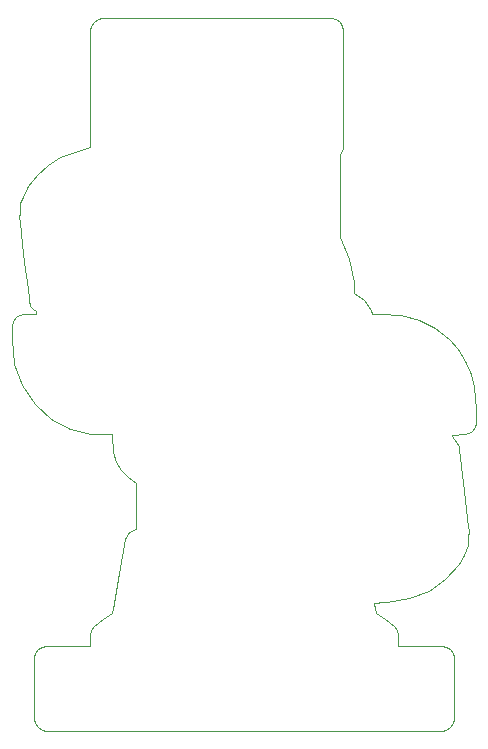
<source format=gm1>
G04 #@! TF.FileFunction,Profile,NP*
%FSLAX46Y46*%
G04 Gerber Fmt 4.6, Leading zero omitted, Abs format (unit mm)*
G04 Created by KiCad (PCBNEW 4.0.7) date 09/06/18 00:21:24*
%MOMM*%
%LPD*%
G01*
G04 APERTURE LIST*
%ADD10C,0.100000*%
G04 APERTURE END LIST*
D10*
X149998130Y-68536114D02*
X149998121Y-68536905D01*
X150000054Y-68553499D02*
X149998130Y-68536114D01*
X150000822Y-68560357D02*
X150000054Y-68553499D01*
X149998121Y-68536905D02*
X150000822Y-68560357D01*
X150618192Y-69480580D02*
X150618416Y-69478742D01*
X150618192Y-69480580D02*
X150618192Y-69480580D01*
X150563516Y-69378096D02*
X150618192Y-69480580D01*
X150318247Y-69211001D02*
X150563516Y-69378096D01*
X150113972Y-68946570D02*
X150318247Y-69211001D01*
X149996741Y-68476732D02*
X150113972Y-68946570D01*
X149997898Y-68538773D02*
X149996741Y-68476732D01*
X149994050Y-68502550D02*
X149997898Y-68538773D01*
X149970177Y-68289238D02*
X149994050Y-68502550D01*
X149883545Y-67531488D02*
X149970177Y-68289238D01*
X149617484Y-65233189D02*
X149883545Y-67531488D01*
X149344492Y-62896792D02*
X149617484Y-65233189D01*
X149207804Y-61748233D02*
X149344492Y-62896792D01*
X149171610Y-61496420D02*
X149207804Y-61748233D01*
X149231676Y-60988931D02*
X149171610Y-61496420D01*
X149233603Y-60296236D02*
X149231676Y-60988931D01*
X149374912Y-59919286D02*
X149233603Y-60296236D01*
X149375296Y-59918439D02*
X149374912Y-59919286D01*
X149915690Y-58822136D02*
X149375296Y-59918439D01*
X150654017Y-57854773D02*
X149915690Y-58822136D01*
X151570707Y-57032406D02*
X150654017Y-57854773D01*
X152646189Y-56371089D02*
X151570707Y-57032406D01*
X155200912Y-55551349D02*
X152646189Y-56371089D01*
X155200912Y-51032554D02*
X155200912Y-55551349D01*
X155200912Y-45625091D02*
X155200912Y-51032554D01*
X155279185Y-45237526D02*
X155200912Y-45625091D01*
X155492576Y-44921040D02*
X155279185Y-45237526D01*
X155809062Y-44707651D02*
X155492576Y-44921040D01*
X156196619Y-44629382D02*
X155809062Y-44707651D01*
X165894172Y-44628648D02*
X156196619Y-44629382D01*
X175592042Y-44629523D02*
X165894172Y-44628648D01*
X175979599Y-44707789D02*
X175592042Y-44629523D01*
X176296085Y-44921180D02*
X175979599Y-44707789D01*
X176509475Y-45237666D02*
X176296085Y-44921180D01*
X176587749Y-45625222D02*
X176509475Y-45237666D01*
X176587749Y-50593363D02*
X176587749Y-45625222D01*
X176587749Y-55560344D02*
X176587749Y-50593363D01*
X176352105Y-56201810D02*
X176587749Y-55560344D01*
X176352105Y-63172145D02*
X176352105Y-56201810D01*
X177125204Y-64982781D02*
X176352105Y-63172145D01*
X177507220Y-66968235D02*
X177125204Y-64982781D01*
X177548026Y-67486493D02*
X177507220Y-66968235D01*
X177507985Y-67851508D02*
X177548026Y-67486493D01*
X178331820Y-68477429D02*
X177507985Y-67851508D01*
X178944177Y-69321968D02*
X178331820Y-68477429D01*
X179071242Y-69648090D02*
X178944177Y-69321968D01*
X179140163Y-69644167D02*
X179071242Y-69648090D01*
X179717717Y-69644167D02*
X179140163Y-69644167D01*
X179718564Y-69644167D02*
X179717717Y-69644167D01*
X181474458Y-69769250D02*
X179718564Y-69644167D01*
X183008304Y-70152948D02*
X181474458Y-69769250D01*
X184348678Y-70813319D02*
X183008304Y-70152948D01*
X185524157Y-71768420D02*
X184348678Y-70813319D01*
X186284243Y-72654191D02*
X185524157Y-71768420D01*
X186907913Y-73640181D02*
X186284243Y-72654191D01*
X187386748Y-74709203D02*
X186907913Y-73640181D01*
X187712327Y-75844070D02*
X187386748Y-74709203D01*
X187822442Y-77658736D02*
X187712327Y-75844070D01*
X187822442Y-77658736D02*
X187822442Y-77658736D01*
X187824135Y-78854658D02*
X187822442Y-77658736D01*
X187747857Y-79238708D02*
X187824135Y-78854658D01*
X187538615Y-79553804D02*
X187747857Y-79238708D01*
X187227248Y-79768543D02*
X187538615Y-79553804D01*
X186844599Y-79851518D02*
X187227248Y-79768543D01*
X185854284Y-79867605D02*
X186844599Y-79851518D01*
X185843559Y-79867605D02*
X185854284Y-79867605D01*
X185843559Y-79923756D02*
X185843559Y-79867605D01*
X185843559Y-80023098D02*
X185843559Y-79923756D01*
X185843559Y-80023098D02*
X185843559Y-80023098D01*
X186021444Y-80267497D02*
X185843559Y-80023098D01*
X186376835Y-80848502D02*
X186021444Y-80267497D01*
X186423433Y-81104946D02*
X186376835Y-80848502D01*
X186842739Y-84649206D02*
X186423433Y-81104946D01*
X187107644Y-86930944D02*
X186842739Y-84649206D01*
X187194275Y-87686758D02*
X187107644Y-86930944D01*
X187218913Y-87906245D02*
X187194275Y-87686758D01*
X187225884Y-87972897D02*
X187218913Y-87906245D01*
X187228424Y-88001266D02*
X187225884Y-87972897D01*
X187233024Y-88097860D02*
X187228424Y-88001266D01*
X187146393Y-88476715D02*
X187233024Y-88097860D01*
X187193750Y-89087003D02*
X187146393Y-88476715D01*
X187161785Y-89219848D02*
X187193750Y-89087003D01*
X186829497Y-90048444D02*
X187161785Y-89219848D01*
X186377851Y-90862805D02*
X186829497Y-90048444D01*
X185261248Y-92128988D02*
X186377851Y-90862805D01*
X183831660Y-93093119D02*
X185261248Y-92128988D01*
X182168130Y-93731035D02*
X183831660Y-93093119D01*
X180349703Y-94018568D02*
X182168130Y-93731035D01*
X179866073Y-94055172D02*
X180349703Y-94018568D01*
X179694369Y-94066374D02*
X179866073Y-94055172D01*
X179689373Y-94066374D02*
X179694369Y-94066374D01*
X179526500Y-94091012D02*
X179689373Y-94066374D01*
X179220012Y-94088077D02*
X179526500Y-94091012D01*
X179322431Y-94662543D02*
X179220012Y-94088077D01*
X179323278Y-94665478D02*
X179322431Y-94662543D01*
X179362179Y-94883413D02*
X179323278Y-94665478D01*
X179369545Y-94932593D02*
X179362179Y-94883413D01*
X180104582Y-95487055D02*
X179369545Y-94932593D01*
X180863875Y-96058440D02*
X180104582Y-95487055D01*
X181156062Y-96409415D02*
X180863875Y-96058440D01*
X181260852Y-96853914D02*
X181156062Y-96409415D01*
X181260852Y-97436105D02*
X181260852Y-96853914D01*
X181260852Y-97738353D02*
X181260852Y-97436105D01*
X184956823Y-97738353D02*
X181260852Y-97738353D01*
X185344381Y-97816620D02*
X184956823Y-97738353D01*
X185660867Y-98030013D02*
X185344381Y-97816620D01*
X185874259Y-98346505D02*
X185660867Y-98030013D01*
X185952531Y-98734073D02*
X185874259Y-98346505D01*
X185952531Y-103930927D02*
X185952531Y-98734073D01*
X185874259Y-104318474D02*
X185952531Y-103930927D01*
X185660867Y-104634954D02*
X185874259Y-104318474D01*
X185344381Y-104848345D02*
X185660867Y-104634954D01*
X184956823Y-104926627D02*
X185344381Y-104848345D01*
X151445090Y-104926627D02*
X184956823Y-104926627D01*
X151057532Y-104848345D02*
X151445090Y-104926627D01*
X150741046Y-104634954D02*
X151057532Y-104848345D01*
X150527656Y-104318474D02*
X150741046Y-104634954D01*
X150449384Y-103930927D02*
X150527656Y-104318474D01*
X150449384Y-98734073D02*
X150449384Y-103930927D01*
X150527656Y-98346505D02*
X150449384Y-98734073D01*
X150741046Y-98030013D02*
X150527656Y-98346505D01*
X151057532Y-97816620D02*
X150741046Y-98030013D01*
X151445090Y-97738353D02*
X151057532Y-97816620D01*
X155141450Y-97738353D02*
X151445090Y-97738353D01*
X155141450Y-97436105D02*
X155141450Y-97738353D01*
X155141450Y-96853914D02*
X155141450Y-97436105D01*
X155246237Y-96409415D02*
X155141450Y-96853914D01*
X155538423Y-96058440D02*
X155246237Y-96409415D01*
X156297717Y-95487055D02*
X155538423Y-96058440D01*
X157033524Y-94931809D02*
X156297717Y-95487055D01*
X157039699Y-94885180D02*
X157033524Y-94931809D01*
X157078584Y-94665332D02*
X157039699Y-94885180D01*
X157630728Y-91573082D02*
X157078584Y-94665332D01*
X158144368Y-88704575D02*
X157630728Y-91573082D01*
X158455480Y-88143553D02*
X158144368Y-88704575D01*
X159044200Y-87888674D02*
X158455480Y-88143553D01*
X159044200Y-86100562D02*
X159044200Y-87888674D01*
X159044200Y-84060247D02*
X159044200Y-86100562D01*
X159054213Y-83927019D02*
X159044200Y-84060247D01*
X158361040Y-83469430D02*
X159054213Y-83927019D01*
X157790166Y-82873674D02*
X158361040Y-83469430D01*
X157365688Y-82161382D02*
X157790166Y-82873674D01*
X157111700Y-81354185D02*
X157365688Y-82161382D01*
X157071658Y-80922949D02*
X157111700Y-81354185D01*
X157052018Y-80331931D02*
X157071658Y-80922949D01*
X157047031Y-79849836D02*
X157052018Y-80331931D01*
X156556109Y-79844925D02*
X157047031Y-79849836D01*
X156554923Y-79844925D02*
X156556109Y-79844925D01*
X155271594Y-79787205D02*
X156554923Y-79844925D01*
X153461321Y-79381971D02*
X155271594Y-79787205D01*
X151845442Y-78532771D02*
X153461321Y-79381971D01*
X150479400Y-77285051D02*
X151845442Y-78532771D01*
X149418639Y-75684256D02*
X150479400Y-77285051D01*
X148764444Y-73888323D02*
X149418639Y-75684256D01*
X148578103Y-71786891D02*
X148764444Y-73888323D01*
X148578103Y-70640253D02*
X148578103Y-71786891D01*
X148654748Y-70256500D02*
X148578103Y-70640253D01*
X148864163Y-69941787D02*
X148654748Y-70256500D01*
X149175528Y-69727379D02*
X148864163Y-69941787D01*
X149558023Y-69644545D02*
X149175528Y-69727379D01*
X150577987Y-69628430D02*
X149558023Y-69644545D01*
X150618416Y-69628148D02*
X150577987Y-69628430D01*
X150618416Y-69573470D02*
X150618416Y-69628148D01*
X150618416Y-69478742D02*
X150618416Y-69573470D01*
M02*

</source>
